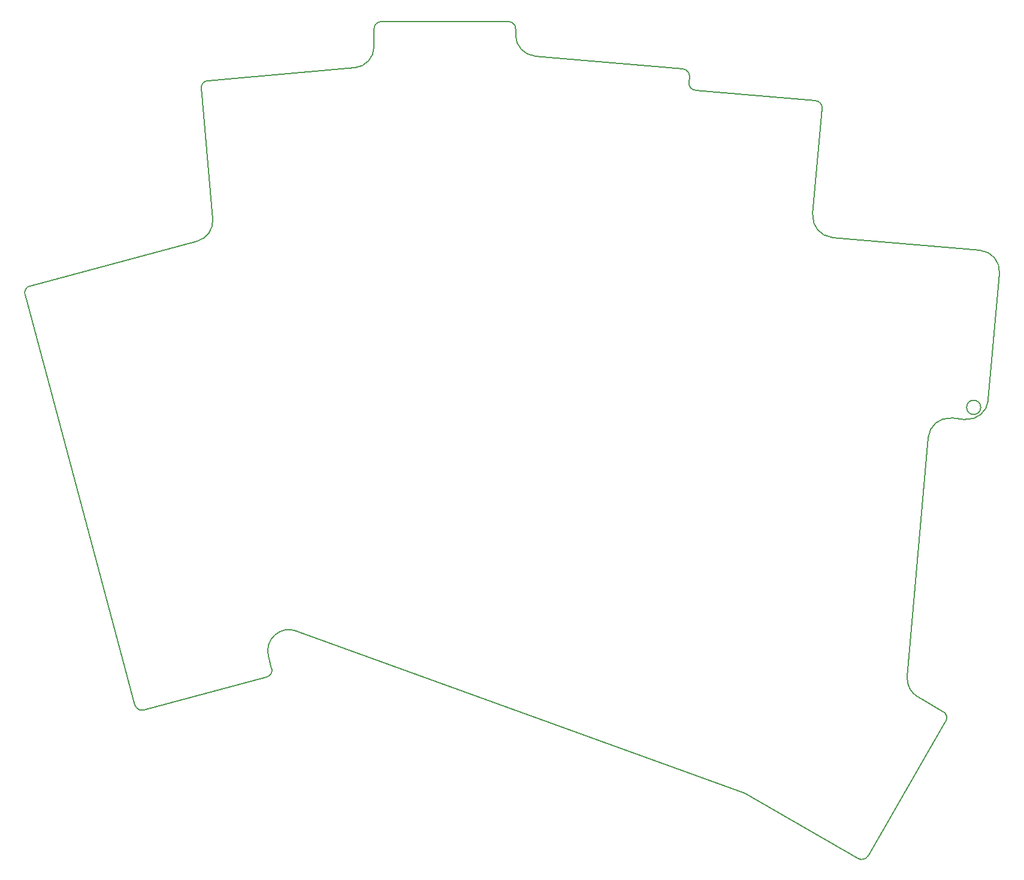
<source format=gbr>
%TF.GenerationSoftware,KiCad,Pcbnew,(6.0.2-0)*%
%TF.CreationDate,2022-05-24T22:23:29-07:00*%
%TF.ProjectId,adux_take_2,61647578-5f74-4616-9b65-5f322e6b6963,v1.0.0*%
%TF.SameCoordinates,Original*%
%TF.FileFunction,Profile,NP*%
%FSLAX46Y46*%
G04 Gerber Fmt 4.6, Leading zero omitted, Abs format (unit mm)*
G04 Created by KiCad (PCBNEW (6.0.2-0)) date 2022-05-24 22:23:29*
%MOMM*%
%LPD*%
G01*
G04 APERTURE LIST*
%TA.AperFunction,Profile*%
%ADD10C,0.150000*%
%TD*%
G04 APERTURE END LIST*
D10*
X85067255Y74246327D02*
G75*
G03*
X85976294Y73162976I996195J-87156D01*
G01*
X85976294Y73162976D02*
X102961413Y71676971D01*
X8012572Y-14499742D02*
X25399237Y-9840999D01*
X25399237Y-9840999D02*
G75*
G03*
X26106343Y-8616255I-258819J965925D01*
G01*
X26106344Y-8616255D02*
X25647422Y-6903534D01*
X-3836694Y25858620D02*
X6787827Y-13792636D01*
X6787828Y-13792636D02*
G75*
G03*
X8012573Y-14499741I965925J258820D01*
G01*
X-8060090Y45484252D02*
X15563663Y51814217D01*
X-8060090Y45484252D02*
G75*
G03*
X-8767197Y44259507I258819J-965926D01*
G01*
X-8767197Y44259507D02*
X-3836694Y25858620D01*
X16160375Y73437735D02*
X17775790Y54973462D01*
X17069414Y74521086D02*
X37828410Y76337263D01*
X17069414Y74521086D02*
G75*
G03*
X16160375Y73437735I87156J-996195D01*
G01*
X60566943Y80979156D02*
X60566943Y81866243D01*
X60566943Y81866243D02*
G75*
G03*
X59566943Y82866243I-1000000J0D01*
G01*
X59566943Y82866243D02*
X41566943Y82866243D01*
X41566943Y82866243D02*
G75*
G03*
X40566943Y81866243I0J-1000000D01*
G01*
X40566943Y81866243D02*
X40566943Y79325847D01*
X85067255Y74246327D02*
X85139885Y75076489D01*
X85139885Y75076489D02*
G75*
G03*
X84230846Y76159840I-996195J87156D01*
G01*
X63305476Y77990572D02*
X84230846Y76159839D01*
X115910987Y-9782996D02*
X118871785Y24059090D01*
X105285875Y52350839D02*
X126205964Y50520568D01*
X127364277Y29339012D02*
X128933081Y47270517D01*
X124114226Y26611896D02*
X122121837Y26786207D01*
X102558758Y55600890D02*
X103870452Y70593621D01*
X103870452Y70593621D02*
G75*
G03*
X102961413Y71676970I-996194J87155D01*
G01*
X29571260Y-3307999D02*
X92942643Y-26235138D01*
X92942643Y-26235138D02*
X108989154Y-35499596D01*
X108989154Y-35499596D02*
G75*
G03*
X110355180Y-35133570I500000J866026D01*
G01*
X110355180Y-35133570D02*
X121355180Y-16081011D01*
X121355180Y-16081011D02*
G75*
G03*
X120989154Y-14714985I-866026J500000D01*
G01*
X120989154Y-14714986D02*
X117399571Y-12642539D01*
X29571260Y-3307999D02*
G75*
G03*
X25647421Y-6903534I-1026061J-2819078D01*
G01*
X115910987Y-9782996D02*
G75*
G03*
X117399571Y-12642539I2988584J-261467D01*
G01*
X122121837Y26786207D02*
G75*
G03*
X118871785Y24059091I-261468J-2988584D01*
G01*
X124114226Y26611896D02*
G75*
G03*
X127364277Y29339013I261467J2988584D01*
G01*
X128933081Y47270517D02*
G75*
G03*
X126205964Y50520568I-2988584J261467D01*
G01*
X102558758Y55600890D02*
G75*
G03*
X105285876Y52350838I2988585J-261467D01*
G01*
X60566943Y80979156D02*
G75*
G03*
X63305476Y77990572I3000000J0D01*
G01*
X37828410Y76337263D02*
G75*
G03*
X40566943Y79325847I-261467J2988584D01*
G01*
X15563663Y51814217D02*
G75*
G03*
X17775790Y54973463I-776458J2897778D01*
G01*
X126289999Y28310000D02*
G75*
G03*
X126289999Y28310000I-999999J0D01*
G01*
M02*

</source>
